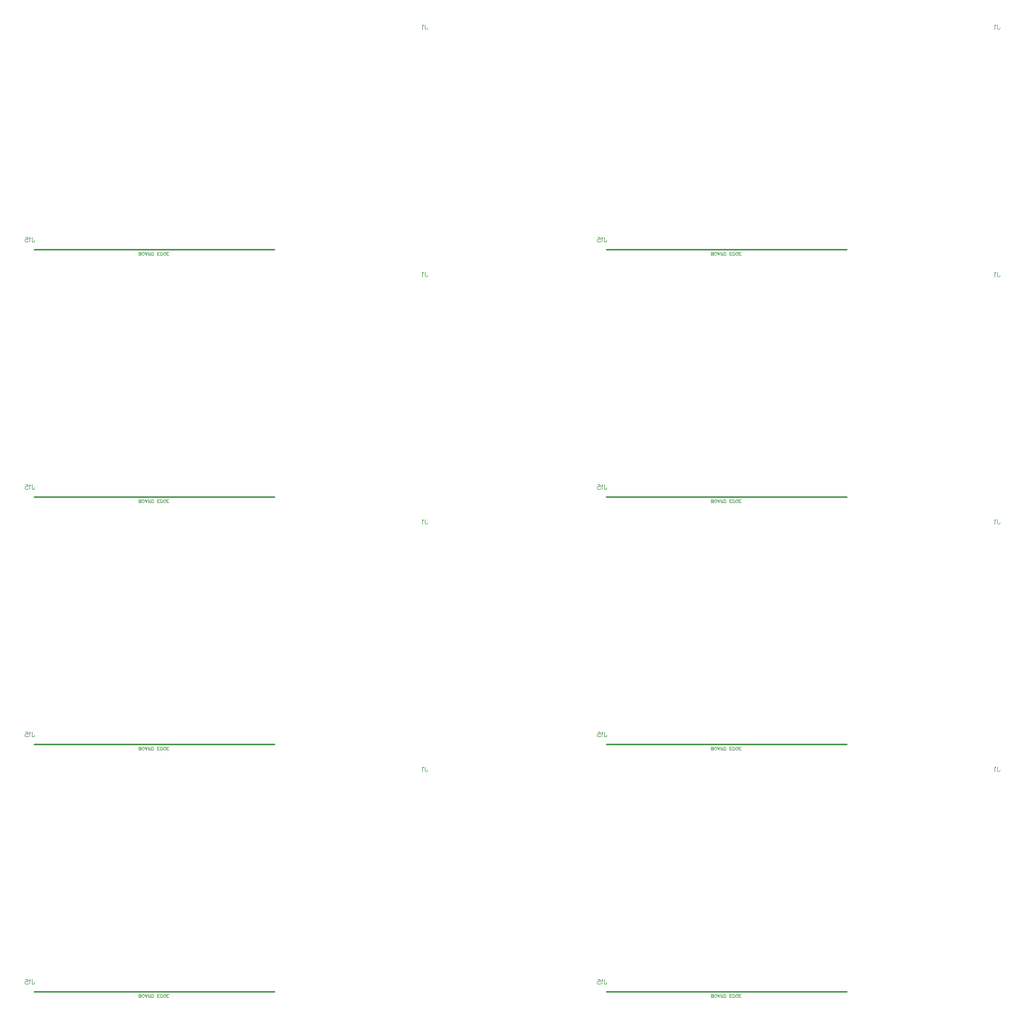
<source format=gbr>
G04 DipTrace 2.4.0.2*
%INBottomAssy.gbr*%
%MOIN*%
%ADD10C,0.0098*%
%ADD12C,0.003*%
%ADD85C,0.0046*%
%FSLAX44Y44*%
G04*
G70*
G90*
G75*
G01*
%LNBotAssy*%
%LPD*%
X11161Y4342D2*
D10*
X26720D1*
X36451Y18879D2*
D85*
Y18650D1*
X36465Y18607D1*
X36480Y18593D1*
X36508Y18578D1*
X36537D1*
X36565Y18593D1*
X36580Y18607D1*
X36594Y18650D1*
Y18679D1*
X36358Y18822D2*
X36329Y18836D1*
X36286Y18879D1*
Y18578D1*
X11035Y5122D2*
Y4893D1*
X11049Y4850D1*
X11064Y4835D1*
X11092Y4821D1*
X11121D1*
X11150Y4835D1*
X11164Y4850D1*
X11179Y4893D1*
Y4921D1*
X10942Y5064D2*
X10913Y5079D1*
X10870Y5122D1*
Y4821D1*
X10606Y5122D2*
X10749D1*
X10763Y4993D1*
X10749Y5007D1*
X10706Y5022D1*
X10663D1*
X10620Y5007D1*
X10591Y4979D1*
X10577Y4935D1*
Y4907D1*
X10591Y4864D1*
X10620Y4835D1*
X10663Y4821D1*
X10706D1*
X10749Y4835D1*
X10763Y4850D1*
X10778Y4878D1*
X17945Y3959D2*
D12*
Y4160D1*
X18031D1*
X18060Y4150D1*
X18070Y4141D1*
X18079Y4121D1*
Y4093D1*
X18070Y4074D1*
X18060Y4064D1*
X18031Y4055D1*
X18060Y4045D1*
X18070Y4035D1*
X18079Y4016D1*
Y3997D1*
X18070Y3978D1*
X18060Y3968D1*
X18031Y3959D1*
X17945D1*
Y4055D2*
X18031D1*
X18198Y3959D2*
X18179Y3968D1*
X18160Y3988D1*
X18150Y4007D1*
X18141Y4035D1*
Y4083D1*
X18150Y4112D1*
X18160Y4131D1*
X18179Y4150D1*
X18198Y4160D1*
X18237D1*
X18256Y4150D1*
X18275Y4131D1*
X18284Y4112D1*
X18294Y4083D1*
Y4035D1*
X18284Y4007D1*
X18275Y3988D1*
X18256Y3968D1*
X18237Y3959D1*
X18198D1*
X18509Y4160D2*
X18432Y3959D1*
X18356Y4160D1*
X18384Y4093D2*
X18480D1*
X18571Y4055D2*
X18657D1*
X18685Y4045D1*
X18695Y4035D1*
X18704Y4016D1*
Y3997D1*
X18695Y3978D1*
X18685Y3968D1*
X18657Y3959D1*
X18571D1*
Y4160D1*
X18638Y4055D2*
X18704Y4160D1*
X18766Y3959D2*
Y4160D1*
X18833D1*
X18862Y4150D1*
X18881Y4131D1*
X18891Y4112D1*
X18900Y4083D1*
Y4035D1*
X18891Y4007D1*
X18881Y3988D1*
X18862Y3968D1*
X18833Y3959D1*
X18766D1*
X19281D2*
X19156D1*
Y4160D1*
X19281D1*
X19156Y4055D2*
X19233D1*
X19342Y3959D2*
Y4160D1*
X19409D1*
X19438Y4150D1*
X19457Y4131D1*
X19467Y4112D1*
X19476Y4083D1*
Y4035D1*
X19467Y4007D1*
X19457Y3988D1*
X19438Y3968D1*
X19409Y3959D1*
X19342D1*
X19682Y4007D2*
X19672Y3988D1*
X19653Y3968D1*
X19634Y3959D1*
X19596D1*
X19576Y3968D1*
X19557Y3988D1*
X19548Y4007D1*
X19538Y4035D1*
Y4083D1*
X19548Y4112D1*
X19557Y4131D1*
X19576Y4150D1*
X19596Y4160D1*
X19634D1*
X19653Y4150D1*
X19672Y4131D1*
X19682Y4112D1*
Y4083D1*
X19634D1*
X19868Y3959D2*
X19743D1*
Y4160D1*
X19868D1*
X19743Y4055D2*
X19820D1*
X48161Y4342D2*
D10*
X63720D1*
X73451Y18879D2*
D85*
Y18650D1*
X73465Y18607D1*
X73480Y18593D1*
X73508Y18578D1*
X73537D1*
X73565Y18593D1*
X73580Y18607D1*
X73594Y18650D1*
Y18679D1*
X73358Y18822D2*
X73329Y18836D1*
X73286Y18879D1*
Y18578D1*
X48035Y5122D2*
Y4893D1*
X48049Y4850D1*
X48064Y4835D1*
X48092Y4821D1*
X48121D1*
X48150Y4835D1*
X48164Y4850D1*
X48179Y4893D1*
Y4921D1*
X47942Y5064D2*
X47913Y5079D1*
X47870Y5122D1*
Y4821D1*
X47606Y5122D2*
X47749D1*
X47763Y4993D1*
X47749Y5007D1*
X47706Y5022D1*
X47663D1*
X47620Y5007D1*
X47591Y4979D1*
X47577Y4935D1*
Y4907D1*
X47591Y4864D1*
X47620Y4835D1*
X47663Y4821D1*
X47706D1*
X47749Y4835D1*
X47763Y4850D1*
X47778Y4878D1*
X54945Y3959D2*
D12*
Y4160D1*
X55031D1*
X55060Y4150D1*
X55070Y4141D1*
X55079Y4121D1*
Y4093D1*
X55070Y4074D1*
X55060Y4064D1*
X55031Y4055D1*
X55060Y4045D1*
X55070Y4035D1*
X55079Y4016D1*
Y3997D1*
X55070Y3978D1*
X55060Y3968D1*
X55031Y3959D1*
X54945D1*
Y4055D2*
X55031D1*
X55198Y3959D2*
X55179Y3968D1*
X55160Y3988D1*
X55150Y4007D1*
X55141Y4035D1*
Y4083D1*
X55150Y4112D1*
X55160Y4131D1*
X55179Y4150D1*
X55198Y4160D1*
X55237D1*
X55256Y4150D1*
X55275Y4131D1*
X55284Y4112D1*
X55294Y4083D1*
Y4035D1*
X55284Y4007D1*
X55275Y3988D1*
X55256Y3968D1*
X55237Y3959D1*
X55198D1*
X55509Y4160D2*
X55432Y3959D1*
X55356Y4160D1*
X55384Y4093D2*
X55480D1*
X55571Y4055D2*
X55657D1*
X55685Y4045D1*
X55695Y4035D1*
X55704Y4016D1*
Y3997D1*
X55695Y3978D1*
X55685Y3968D1*
X55657Y3959D1*
X55571D1*
Y4160D1*
X55638Y4055D2*
X55704Y4160D1*
X55766Y3959D2*
Y4160D1*
X55833D1*
X55862Y4150D1*
X55881Y4131D1*
X55891Y4112D1*
X55900Y4083D1*
Y4035D1*
X55891Y4007D1*
X55881Y3988D1*
X55862Y3968D1*
X55833Y3959D1*
X55766D1*
X56281D2*
X56156D1*
Y4160D1*
X56281D1*
X56156Y4055D2*
X56233D1*
X56342Y3959D2*
Y4160D1*
X56409D1*
X56438Y4150D1*
X56457Y4131D1*
X56467Y4112D1*
X56476Y4083D1*
Y4035D1*
X56467Y4007D1*
X56457Y3988D1*
X56438Y3968D1*
X56409Y3959D1*
X56342D1*
X56682Y4007D2*
X56672Y3988D1*
X56653Y3968D1*
X56634Y3959D1*
X56596D1*
X56576Y3968D1*
X56557Y3988D1*
X56548Y4007D1*
X56538Y4035D1*
Y4083D1*
X56548Y4112D1*
X56557Y4131D1*
X56576Y4150D1*
X56596Y4160D1*
X56634D1*
X56653Y4150D1*
X56672Y4131D1*
X56682Y4112D1*
Y4083D1*
X56634D1*
X56868Y3959D2*
X56743D1*
Y4160D1*
X56868D1*
X56743Y4055D2*
X56820D1*
X11161Y20342D2*
D10*
X26720D1*
X36451Y34879D2*
D85*
Y34650D1*
X36465Y34607D1*
X36480Y34593D1*
X36508Y34578D1*
X36537D1*
X36565Y34593D1*
X36580Y34607D1*
X36594Y34650D1*
Y34679D1*
X36358Y34822D2*
X36329Y34836D1*
X36286Y34879D1*
Y34578D1*
X11035Y21122D2*
Y20893D1*
X11049Y20850D1*
X11064Y20835D1*
X11092Y20821D1*
X11121D1*
X11150Y20835D1*
X11164Y20850D1*
X11179Y20893D1*
Y20921D1*
X10942Y21064D2*
X10913Y21079D1*
X10870Y21122D1*
Y20821D1*
X10606Y21122D2*
X10749D1*
X10763Y20993D1*
X10749Y21007D1*
X10706Y21022D1*
X10663D1*
X10620Y21007D1*
X10591Y20979D1*
X10577Y20935D1*
Y20907D1*
X10591Y20864D1*
X10620Y20835D1*
X10663Y20821D1*
X10706D1*
X10749Y20835D1*
X10763Y20850D1*
X10778Y20878D1*
X17945Y19959D2*
D12*
Y20160D1*
X18031D1*
X18060Y20150D1*
X18070Y20141D1*
X18079Y20121D1*
Y20093D1*
X18070Y20074D1*
X18060Y20064D1*
X18031Y20055D1*
X18060Y20045D1*
X18070Y20035D1*
X18079Y20016D1*
Y19997D1*
X18070Y19978D1*
X18060Y19968D1*
X18031Y19959D1*
X17945D1*
Y20055D2*
X18031D1*
X18198Y19959D2*
X18179Y19968D1*
X18160Y19988D1*
X18150Y20007D1*
X18141Y20035D1*
Y20083D1*
X18150Y20112D1*
X18160Y20131D1*
X18179Y20150D1*
X18198Y20160D1*
X18237D1*
X18256Y20150D1*
X18275Y20131D1*
X18284Y20112D1*
X18294Y20083D1*
Y20035D1*
X18284Y20007D1*
X18275Y19988D1*
X18256Y19968D1*
X18237Y19959D1*
X18198D1*
X18509Y20160D2*
X18432Y19959D1*
X18356Y20160D1*
X18384Y20093D2*
X18480D1*
X18571Y20055D2*
X18657D1*
X18685Y20045D1*
X18695Y20035D1*
X18704Y20016D1*
Y19997D1*
X18695Y19978D1*
X18685Y19968D1*
X18657Y19959D1*
X18571D1*
Y20160D1*
X18638Y20055D2*
X18704Y20160D1*
X18766Y19959D2*
Y20160D1*
X18833D1*
X18862Y20150D1*
X18881Y20131D1*
X18891Y20112D1*
X18900Y20083D1*
Y20035D1*
X18891Y20007D1*
X18881Y19988D1*
X18862Y19968D1*
X18833Y19959D1*
X18766D1*
X19281D2*
X19156D1*
Y20160D1*
X19281D1*
X19156Y20055D2*
X19233D1*
X19342Y19959D2*
Y20160D1*
X19409D1*
X19438Y20150D1*
X19457Y20131D1*
X19467Y20112D1*
X19476Y20083D1*
Y20035D1*
X19467Y20007D1*
X19457Y19988D1*
X19438Y19968D1*
X19409Y19959D1*
X19342D1*
X19682Y20007D2*
X19672Y19988D1*
X19653Y19968D1*
X19634Y19959D1*
X19596D1*
X19576Y19968D1*
X19557Y19988D1*
X19548Y20007D1*
X19538Y20035D1*
Y20083D1*
X19548Y20112D1*
X19557Y20131D1*
X19576Y20150D1*
X19596Y20160D1*
X19634D1*
X19653Y20150D1*
X19672Y20131D1*
X19682Y20112D1*
Y20083D1*
X19634D1*
X19868Y19959D2*
X19743D1*
Y20160D1*
X19868D1*
X19743Y20055D2*
X19820D1*
X48161Y20342D2*
D10*
X63720D1*
X73451Y34879D2*
D85*
Y34650D1*
X73465Y34607D1*
X73480Y34593D1*
X73508Y34578D1*
X73537D1*
X73565Y34593D1*
X73580Y34607D1*
X73594Y34650D1*
Y34679D1*
X73358Y34822D2*
X73329Y34836D1*
X73286Y34879D1*
Y34578D1*
X48035Y21122D2*
Y20893D1*
X48049Y20850D1*
X48064Y20835D1*
X48092Y20821D1*
X48121D1*
X48150Y20835D1*
X48164Y20850D1*
X48179Y20893D1*
Y20921D1*
X47942Y21064D2*
X47913Y21079D1*
X47870Y21122D1*
Y20821D1*
X47606Y21122D2*
X47749D1*
X47763Y20993D1*
X47749Y21007D1*
X47706Y21022D1*
X47663D1*
X47620Y21007D1*
X47591Y20979D1*
X47577Y20935D1*
Y20907D1*
X47591Y20864D1*
X47620Y20835D1*
X47663Y20821D1*
X47706D1*
X47749Y20835D1*
X47763Y20850D1*
X47778Y20878D1*
X54945Y19959D2*
D12*
Y20160D1*
X55031D1*
X55060Y20150D1*
X55070Y20141D1*
X55079Y20121D1*
Y20093D1*
X55070Y20074D1*
X55060Y20064D1*
X55031Y20055D1*
X55060Y20045D1*
X55070Y20035D1*
X55079Y20016D1*
Y19997D1*
X55070Y19978D1*
X55060Y19968D1*
X55031Y19959D1*
X54945D1*
Y20055D2*
X55031D1*
X55198Y19959D2*
X55179Y19968D1*
X55160Y19988D1*
X55150Y20007D1*
X55141Y20035D1*
Y20083D1*
X55150Y20112D1*
X55160Y20131D1*
X55179Y20150D1*
X55198Y20160D1*
X55237D1*
X55256Y20150D1*
X55275Y20131D1*
X55284Y20112D1*
X55294Y20083D1*
Y20035D1*
X55284Y20007D1*
X55275Y19988D1*
X55256Y19968D1*
X55237Y19959D1*
X55198D1*
X55509Y20160D2*
X55432Y19959D1*
X55356Y20160D1*
X55384Y20093D2*
X55480D1*
X55571Y20055D2*
X55657D1*
X55685Y20045D1*
X55695Y20035D1*
X55704Y20016D1*
Y19997D1*
X55695Y19978D1*
X55685Y19968D1*
X55657Y19959D1*
X55571D1*
Y20160D1*
X55638Y20055D2*
X55704Y20160D1*
X55766Y19959D2*
Y20160D1*
X55833D1*
X55862Y20150D1*
X55881Y20131D1*
X55891Y20112D1*
X55900Y20083D1*
Y20035D1*
X55891Y20007D1*
X55881Y19988D1*
X55862Y19968D1*
X55833Y19959D1*
X55766D1*
X56281D2*
X56156D1*
Y20160D1*
X56281D1*
X56156Y20055D2*
X56233D1*
X56342Y19959D2*
Y20160D1*
X56409D1*
X56438Y20150D1*
X56457Y20131D1*
X56467Y20112D1*
X56476Y20083D1*
Y20035D1*
X56467Y20007D1*
X56457Y19988D1*
X56438Y19968D1*
X56409Y19959D1*
X56342D1*
X56682Y20007D2*
X56672Y19988D1*
X56653Y19968D1*
X56634Y19959D1*
X56596D1*
X56576Y19968D1*
X56557Y19988D1*
X56548Y20007D1*
X56538Y20035D1*
Y20083D1*
X56548Y20112D1*
X56557Y20131D1*
X56576Y20150D1*
X56596Y20160D1*
X56634D1*
X56653Y20150D1*
X56672Y20131D1*
X56682Y20112D1*
Y20083D1*
X56634D1*
X56868Y19959D2*
X56743D1*
Y20160D1*
X56868D1*
X56743Y20055D2*
X56820D1*
X11161Y36342D2*
D10*
X26720D1*
X36451Y50879D2*
D85*
Y50650D1*
X36465Y50607D1*
X36480Y50593D1*
X36508Y50578D1*
X36537D1*
X36565Y50593D1*
X36580Y50607D1*
X36594Y50650D1*
Y50679D1*
X36358Y50822D2*
X36329Y50836D1*
X36286Y50879D1*
Y50578D1*
X11035Y37122D2*
Y36893D1*
X11049Y36850D1*
X11064Y36835D1*
X11092Y36821D1*
X11121D1*
X11150Y36835D1*
X11164Y36850D1*
X11179Y36893D1*
Y36921D1*
X10942Y37064D2*
X10913Y37079D1*
X10870Y37122D1*
Y36821D1*
X10606Y37122D2*
X10749D1*
X10763Y36993D1*
X10749Y37007D1*
X10706Y37022D1*
X10663D1*
X10620Y37007D1*
X10591Y36979D1*
X10577Y36935D1*
Y36907D1*
X10591Y36864D1*
X10620Y36835D1*
X10663Y36821D1*
X10706D1*
X10749Y36835D1*
X10763Y36850D1*
X10778Y36878D1*
X17945Y35959D2*
D12*
Y36160D1*
X18031D1*
X18060Y36150D1*
X18070Y36141D1*
X18079Y36121D1*
Y36093D1*
X18070Y36074D1*
X18060Y36064D1*
X18031Y36055D1*
X18060Y36045D1*
X18070Y36035D1*
X18079Y36016D1*
Y35997D1*
X18070Y35978D1*
X18060Y35968D1*
X18031Y35959D1*
X17945D1*
Y36055D2*
X18031D1*
X18198Y35959D2*
X18179Y35968D1*
X18160Y35988D1*
X18150Y36007D1*
X18141Y36035D1*
Y36083D1*
X18150Y36112D1*
X18160Y36131D1*
X18179Y36150D1*
X18198Y36160D1*
X18237D1*
X18256Y36150D1*
X18275Y36131D1*
X18284Y36112D1*
X18294Y36083D1*
Y36035D1*
X18284Y36007D1*
X18275Y35988D1*
X18256Y35968D1*
X18237Y35959D1*
X18198D1*
X18509Y36160D2*
X18432Y35959D1*
X18356Y36160D1*
X18384Y36093D2*
X18480D1*
X18571Y36055D2*
X18657D1*
X18685Y36045D1*
X18695Y36035D1*
X18704Y36016D1*
Y35997D1*
X18695Y35978D1*
X18685Y35968D1*
X18657Y35959D1*
X18571D1*
Y36160D1*
X18638Y36055D2*
X18704Y36160D1*
X18766Y35959D2*
Y36160D1*
X18833D1*
X18862Y36150D1*
X18881Y36131D1*
X18891Y36112D1*
X18900Y36083D1*
Y36035D1*
X18891Y36007D1*
X18881Y35988D1*
X18862Y35968D1*
X18833Y35959D1*
X18766D1*
X19281D2*
X19156D1*
Y36160D1*
X19281D1*
X19156Y36055D2*
X19233D1*
X19342Y35959D2*
Y36160D1*
X19409D1*
X19438Y36150D1*
X19457Y36131D1*
X19467Y36112D1*
X19476Y36083D1*
Y36035D1*
X19467Y36007D1*
X19457Y35988D1*
X19438Y35968D1*
X19409Y35959D1*
X19342D1*
X19682Y36007D2*
X19672Y35988D1*
X19653Y35968D1*
X19634Y35959D1*
X19596D1*
X19576Y35968D1*
X19557Y35988D1*
X19548Y36007D1*
X19538Y36035D1*
Y36083D1*
X19548Y36112D1*
X19557Y36131D1*
X19576Y36150D1*
X19596Y36160D1*
X19634D1*
X19653Y36150D1*
X19672Y36131D1*
X19682Y36112D1*
Y36083D1*
X19634D1*
X19868Y35959D2*
X19743D1*
Y36160D1*
X19868D1*
X19743Y36055D2*
X19820D1*
X48161Y36342D2*
D10*
X63720D1*
X73451Y50879D2*
D85*
Y50650D1*
X73465Y50607D1*
X73480Y50593D1*
X73508Y50578D1*
X73537D1*
X73565Y50593D1*
X73580Y50607D1*
X73594Y50650D1*
Y50679D1*
X73358Y50822D2*
X73329Y50836D1*
X73286Y50879D1*
Y50578D1*
X48035Y37122D2*
Y36893D1*
X48049Y36850D1*
X48064Y36835D1*
X48092Y36821D1*
X48121D1*
X48150Y36835D1*
X48164Y36850D1*
X48179Y36893D1*
Y36921D1*
X47942Y37064D2*
X47913Y37079D1*
X47870Y37122D1*
Y36821D1*
X47606Y37122D2*
X47749D1*
X47763Y36993D1*
X47749Y37007D1*
X47706Y37022D1*
X47663D1*
X47620Y37007D1*
X47591Y36979D1*
X47577Y36935D1*
Y36907D1*
X47591Y36864D1*
X47620Y36835D1*
X47663Y36821D1*
X47706D1*
X47749Y36835D1*
X47763Y36850D1*
X47778Y36878D1*
X54945Y35959D2*
D12*
Y36160D1*
X55031D1*
X55060Y36150D1*
X55070Y36141D1*
X55079Y36121D1*
Y36093D1*
X55070Y36074D1*
X55060Y36064D1*
X55031Y36055D1*
X55060Y36045D1*
X55070Y36035D1*
X55079Y36016D1*
Y35997D1*
X55070Y35978D1*
X55060Y35968D1*
X55031Y35959D1*
X54945D1*
Y36055D2*
X55031D1*
X55198Y35959D2*
X55179Y35968D1*
X55160Y35988D1*
X55150Y36007D1*
X55141Y36035D1*
Y36083D1*
X55150Y36112D1*
X55160Y36131D1*
X55179Y36150D1*
X55198Y36160D1*
X55237D1*
X55256Y36150D1*
X55275Y36131D1*
X55284Y36112D1*
X55294Y36083D1*
Y36035D1*
X55284Y36007D1*
X55275Y35988D1*
X55256Y35968D1*
X55237Y35959D1*
X55198D1*
X55509Y36160D2*
X55432Y35959D1*
X55356Y36160D1*
X55384Y36093D2*
X55480D1*
X55571Y36055D2*
X55657D1*
X55685Y36045D1*
X55695Y36035D1*
X55704Y36016D1*
Y35997D1*
X55695Y35978D1*
X55685Y35968D1*
X55657Y35959D1*
X55571D1*
Y36160D1*
X55638Y36055D2*
X55704Y36160D1*
X55766Y35959D2*
Y36160D1*
X55833D1*
X55862Y36150D1*
X55881Y36131D1*
X55891Y36112D1*
X55900Y36083D1*
Y36035D1*
X55891Y36007D1*
X55881Y35988D1*
X55862Y35968D1*
X55833Y35959D1*
X55766D1*
X56281D2*
X56156D1*
Y36160D1*
X56281D1*
X56156Y36055D2*
X56233D1*
X56342Y35959D2*
Y36160D1*
X56409D1*
X56438Y36150D1*
X56457Y36131D1*
X56467Y36112D1*
X56476Y36083D1*
Y36035D1*
X56467Y36007D1*
X56457Y35988D1*
X56438Y35968D1*
X56409Y35959D1*
X56342D1*
X56682Y36007D2*
X56672Y35988D1*
X56653Y35968D1*
X56634Y35959D1*
X56596D1*
X56576Y35968D1*
X56557Y35988D1*
X56548Y36007D1*
X56538Y36035D1*
Y36083D1*
X56548Y36112D1*
X56557Y36131D1*
X56576Y36150D1*
X56596Y36160D1*
X56634D1*
X56653Y36150D1*
X56672Y36131D1*
X56682Y36112D1*
Y36083D1*
X56634D1*
X56868Y35959D2*
X56743D1*
Y36160D1*
X56868D1*
X56743Y36055D2*
X56820D1*
X11161Y52342D2*
D10*
X26720D1*
X36451Y66879D2*
D85*
Y66650D1*
X36465Y66607D1*
X36480Y66593D1*
X36508Y66578D1*
X36537D1*
X36565Y66593D1*
X36580Y66607D1*
X36594Y66650D1*
Y66679D1*
X36358Y66822D2*
X36329Y66836D1*
X36286Y66879D1*
Y66578D1*
X11035Y53122D2*
Y52893D1*
X11049Y52850D1*
X11064Y52835D1*
X11092Y52821D1*
X11121D1*
X11150Y52835D1*
X11164Y52850D1*
X11179Y52893D1*
Y52921D1*
X10942Y53064D2*
X10913Y53079D1*
X10870Y53122D1*
Y52821D1*
X10606Y53122D2*
X10749D1*
X10763Y52993D1*
X10749Y53007D1*
X10706Y53022D1*
X10663D1*
X10620Y53007D1*
X10591Y52979D1*
X10577Y52935D1*
Y52907D1*
X10591Y52864D1*
X10620Y52835D1*
X10663Y52821D1*
X10706D1*
X10749Y52835D1*
X10763Y52850D1*
X10778Y52878D1*
X17945Y51959D2*
D12*
Y52160D1*
X18031D1*
X18060Y52150D1*
X18070Y52141D1*
X18079Y52121D1*
Y52093D1*
X18070Y52074D1*
X18060Y52064D1*
X18031Y52055D1*
X18060Y52045D1*
X18070Y52035D1*
X18079Y52016D1*
Y51997D1*
X18070Y51978D1*
X18060Y51968D1*
X18031Y51959D1*
X17945D1*
Y52055D2*
X18031D1*
X18198Y51959D2*
X18179Y51968D1*
X18160Y51988D1*
X18150Y52007D1*
X18141Y52035D1*
Y52083D1*
X18150Y52112D1*
X18160Y52131D1*
X18179Y52150D1*
X18198Y52160D1*
X18237D1*
X18256Y52150D1*
X18275Y52131D1*
X18284Y52112D1*
X18294Y52083D1*
Y52035D1*
X18284Y52007D1*
X18275Y51988D1*
X18256Y51968D1*
X18237Y51959D1*
X18198D1*
X18509Y52160D2*
X18432Y51959D1*
X18356Y52160D1*
X18384Y52093D2*
X18480D1*
X18571Y52055D2*
X18657D1*
X18685Y52045D1*
X18695Y52035D1*
X18704Y52016D1*
Y51997D1*
X18695Y51978D1*
X18685Y51968D1*
X18657Y51959D1*
X18571D1*
Y52160D1*
X18638Y52055D2*
X18704Y52160D1*
X18766Y51959D2*
Y52160D1*
X18833D1*
X18862Y52150D1*
X18881Y52131D1*
X18891Y52112D1*
X18900Y52083D1*
Y52035D1*
X18891Y52007D1*
X18881Y51988D1*
X18862Y51968D1*
X18833Y51959D1*
X18766D1*
X19281D2*
X19156D1*
Y52160D1*
X19281D1*
X19156Y52055D2*
X19233D1*
X19342Y51959D2*
Y52160D1*
X19409D1*
X19438Y52150D1*
X19457Y52131D1*
X19467Y52112D1*
X19476Y52083D1*
Y52035D1*
X19467Y52007D1*
X19457Y51988D1*
X19438Y51968D1*
X19409Y51959D1*
X19342D1*
X19682Y52007D2*
X19672Y51988D1*
X19653Y51968D1*
X19634Y51959D1*
X19596D1*
X19576Y51968D1*
X19557Y51988D1*
X19548Y52007D1*
X19538Y52035D1*
Y52083D1*
X19548Y52112D1*
X19557Y52131D1*
X19576Y52150D1*
X19596Y52160D1*
X19634D1*
X19653Y52150D1*
X19672Y52131D1*
X19682Y52112D1*
Y52083D1*
X19634D1*
X19868Y51959D2*
X19743D1*
Y52160D1*
X19868D1*
X19743Y52055D2*
X19820D1*
X48161Y52342D2*
D10*
X63720D1*
X73451Y66879D2*
D85*
Y66650D1*
X73465Y66607D1*
X73480Y66593D1*
X73508Y66578D1*
X73537D1*
X73565Y66593D1*
X73580Y66607D1*
X73594Y66650D1*
Y66679D1*
X73358Y66822D2*
X73329Y66836D1*
X73286Y66879D1*
Y66578D1*
X48035Y53122D2*
Y52893D1*
X48049Y52850D1*
X48064Y52835D1*
X48092Y52821D1*
X48121D1*
X48150Y52835D1*
X48164Y52850D1*
X48179Y52893D1*
Y52921D1*
X47942Y53064D2*
X47913Y53079D1*
X47870Y53122D1*
Y52821D1*
X47606Y53122D2*
X47749D1*
X47763Y52993D1*
X47749Y53007D1*
X47706Y53022D1*
X47663D1*
X47620Y53007D1*
X47591Y52979D1*
X47577Y52935D1*
Y52907D1*
X47591Y52864D1*
X47620Y52835D1*
X47663Y52821D1*
X47706D1*
X47749Y52835D1*
X47763Y52850D1*
X47778Y52878D1*
X54945Y51959D2*
D12*
Y52160D1*
X55031D1*
X55060Y52150D1*
X55070Y52141D1*
X55079Y52121D1*
Y52093D1*
X55070Y52074D1*
X55060Y52064D1*
X55031Y52055D1*
X55060Y52045D1*
X55070Y52035D1*
X55079Y52016D1*
Y51997D1*
X55070Y51978D1*
X55060Y51968D1*
X55031Y51959D1*
X54945D1*
Y52055D2*
X55031D1*
X55198Y51959D2*
X55179Y51968D1*
X55160Y51988D1*
X55150Y52007D1*
X55141Y52035D1*
Y52083D1*
X55150Y52112D1*
X55160Y52131D1*
X55179Y52150D1*
X55198Y52160D1*
X55237D1*
X55256Y52150D1*
X55275Y52131D1*
X55284Y52112D1*
X55294Y52083D1*
Y52035D1*
X55284Y52007D1*
X55275Y51988D1*
X55256Y51968D1*
X55237Y51959D1*
X55198D1*
X55509Y52160D2*
X55432Y51959D1*
X55356Y52160D1*
X55384Y52093D2*
X55480D1*
X55571Y52055D2*
X55657D1*
X55685Y52045D1*
X55695Y52035D1*
X55704Y52016D1*
Y51997D1*
X55695Y51978D1*
X55685Y51968D1*
X55657Y51959D1*
X55571D1*
Y52160D1*
X55638Y52055D2*
X55704Y52160D1*
X55766Y51959D2*
Y52160D1*
X55833D1*
X55862Y52150D1*
X55881Y52131D1*
X55891Y52112D1*
X55900Y52083D1*
Y52035D1*
X55891Y52007D1*
X55881Y51988D1*
X55862Y51968D1*
X55833Y51959D1*
X55766D1*
X56281D2*
X56156D1*
Y52160D1*
X56281D1*
X56156Y52055D2*
X56233D1*
X56342Y51959D2*
Y52160D1*
X56409D1*
X56438Y52150D1*
X56457Y52131D1*
X56467Y52112D1*
X56476Y52083D1*
Y52035D1*
X56467Y52007D1*
X56457Y51988D1*
X56438Y51968D1*
X56409Y51959D1*
X56342D1*
X56682Y52007D2*
X56672Y51988D1*
X56653Y51968D1*
X56634Y51959D1*
X56596D1*
X56576Y51968D1*
X56557Y51988D1*
X56548Y52007D1*
X56538Y52035D1*
Y52083D1*
X56548Y52112D1*
X56557Y52131D1*
X56576Y52150D1*
X56596Y52160D1*
X56634D1*
X56653Y52150D1*
X56672Y52131D1*
X56682Y52112D1*
Y52083D1*
X56634D1*
X56868Y51959D2*
X56743D1*
Y52160D1*
X56868D1*
X56743Y52055D2*
X56820D1*
M02*

</source>
